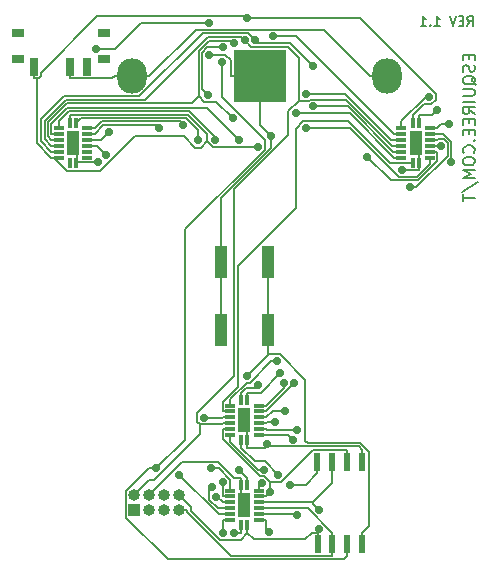
<source format=gbr>
G04 #@! TF.GenerationSoftware,KiCad,Pcbnew,(5.0.0)*
G04 #@! TF.CreationDate,2019-08-28T15:04:53-04:00*
G04 #@! TF.ProjectId,Tiny-er T,54696E792D657220542E6B696361645F,rev?*
G04 #@! TF.SameCoordinates,Original*
G04 #@! TF.FileFunction,Copper,L2,Bot,Signal*
G04 #@! TF.FilePolarity,Positive*
%FSLAX46Y46*%
G04 Gerber Fmt 4.6, Leading zero omitted, Abs format (unit mm)*
G04 Created by KiCad (PCBNEW (5.0.0)) date 08/28/19 15:04:53*
%MOMM*%
%LPD*%
G01*
G04 APERTURE LIST*
G04 #@! TA.AperFunction,NonConductor*
%ADD10C,0.200000*%
G04 #@! TD*
G04 #@! TA.AperFunction,SMDPad,CuDef*
%ADD11R,0.600000X1.550000*%
G04 #@! TD*
G04 #@! TA.AperFunction,SMDPad,CuDef*
%ADD12R,1.000000X2.750000*%
G04 #@! TD*
G04 #@! TA.AperFunction,ComponentPad*
%ADD13O,2.500000X3.000000*%
G04 #@! TD*
G04 #@! TA.AperFunction,SMDPad,CuDef*
%ADD14R,4.500000X4.500000*%
G04 #@! TD*
G04 #@! TA.AperFunction,ComponentPad*
%ADD15R,1.000000X1.000000*%
G04 #@! TD*
G04 #@! TA.AperFunction,ComponentPad*
%ADD16O,1.000000X1.000000*%
G04 #@! TD*
G04 #@! TA.AperFunction,SMDPad,CuDef*
%ADD17R,1.000000X2.000000*%
G04 #@! TD*
G04 #@! TA.AperFunction,SMDPad,CuDef*
%ADD18R,0.300000X0.850000*%
G04 #@! TD*
G04 #@! TA.AperFunction,SMDPad,CuDef*
%ADD19R,0.850000X0.300000*%
G04 #@! TD*
G04 #@! TA.AperFunction,SMDPad,CuDef*
%ADD20R,1.000000X0.800000*%
G04 #@! TD*
G04 #@! TA.AperFunction,SMDPad,CuDef*
%ADD21R,0.700000X1.500000*%
G04 #@! TD*
G04 #@! TA.AperFunction,ViaPad*
%ADD22C,0.700000*%
G04 #@! TD*
G04 #@! TA.AperFunction,Conductor*
%ADD23C,0.140000*%
G04 #@! TD*
G04 APERTURE END LIST*
D10*
X128859085Y-77595104D02*
X129125752Y-77214152D01*
X129316228Y-77595104D02*
X129316228Y-76795104D01*
X129011466Y-76795104D01*
X128935276Y-76833200D01*
X128897180Y-76871295D01*
X128859085Y-76947485D01*
X128859085Y-77061771D01*
X128897180Y-77137961D01*
X128935276Y-77176057D01*
X129011466Y-77214152D01*
X129316228Y-77214152D01*
X128516228Y-77176057D02*
X128249561Y-77176057D01*
X128135276Y-77595104D02*
X128516228Y-77595104D01*
X128516228Y-76795104D01*
X128135276Y-76795104D01*
X127906704Y-76795104D02*
X127640038Y-77595104D01*
X127373371Y-76795104D01*
X126078133Y-77595104D02*
X126535276Y-77595104D01*
X126306704Y-77595104D02*
X126306704Y-76795104D01*
X126382895Y-76909390D01*
X126459085Y-76985580D01*
X126535276Y-77023676D01*
X125735276Y-77518914D02*
X125697180Y-77557009D01*
X125735276Y-77595104D01*
X125773371Y-77557009D01*
X125735276Y-77518914D01*
X125735276Y-77595104D01*
X124935276Y-77595104D02*
X125392419Y-77595104D01*
X125163847Y-77595104D02*
X125163847Y-76795104D01*
X125240038Y-76909390D01*
X125316228Y-76985580D01*
X125392419Y-77023676D01*
X128979371Y-80057552D02*
X128979371Y-80390885D01*
X129503180Y-80533742D02*
X129503180Y-80057552D01*
X128503180Y-80057552D01*
X128503180Y-80533742D01*
X129455561Y-80914695D02*
X129503180Y-81057552D01*
X129503180Y-81295647D01*
X129455561Y-81390885D01*
X129407942Y-81438504D01*
X129312704Y-81486123D01*
X129217466Y-81486123D01*
X129122228Y-81438504D01*
X129074609Y-81390885D01*
X129026990Y-81295647D01*
X128979371Y-81105171D01*
X128931752Y-81009933D01*
X128884133Y-80962314D01*
X128788895Y-80914695D01*
X128693657Y-80914695D01*
X128598419Y-80962314D01*
X128550800Y-81009933D01*
X128503180Y-81105171D01*
X128503180Y-81343266D01*
X128550800Y-81486123D01*
X129598419Y-82581361D02*
X129550800Y-82486123D01*
X129455561Y-82390885D01*
X129312704Y-82248028D01*
X129265085Y-82152790D01*
X129265085Y-82057552D01*
X129503180Y-82105171D02*
X129455561Y-82009933D01*
X129360323Y-81914695D01*
X129169847Y-81867076D01*
X128836514Y-81867076D01*
X128646038Y-81914695D01*
X128550800Y-82009933D01*
X128503180Y-82105171D01*
X128503180Y-82295647D01*
X128550800Y-82390885D01*
X128646038Y-82486123D01*
X128836514Y-82533742D01*
X129169847Y-82533742D01*
X129360323Y-82486123D01*
X129455561Y-82390885D01*
X129503180Y-82295647D01*
X129503180Y-82105171D01*
X128503180Y-82962314D02*
X129312704Y-82962314D01*
X129407942Y-83009933D01*
X129455561Y-83057552D01*
X129503180Y-83152790D01*
X129503180Y-83343266D01*
X129455561Y-83438504D01*
X129407942Y-83486123D01*
X129312704Y-83533742D01*
X128503180Y-83533742D01*
X129503180Y-84009933D02*
X128503180Y-84009933D01*
X129503180Y-85057552D02*
X129026990Y-84724219D01*
X129503180Y-84486123D02*
X128503180Y-84486123D01*
X128503180Y-84867076D01*
X128550800Y-84962314D01*
X128598419Y-85009933D01*
X128693657Y-85057552D01*
X128836514Y-85057552D01*
X128931752Y-85009933D01*
X128979371Y-84962314D01*
X129026990Y-84867076D01*
X129026990Y-84486123D01*
X128979371Y-85486123D02*
X128979371Y-85819457D01*
X129503180Y-85962314D02*
X129503180Y-85486123D01*
X128503180Y-85486123D01*
X128503180Y-85962314D01*
X128979371Y-86390885D02*
X128979371Y-86724219D01*
X129503180Y-86867076D02*
X129503180Y-86390885D01*
X128503180Y-86390885D01*
X128503180Y-86867076D01*
X129407942Y-87295647D02*
X129455561Y-87343266D01*
X129503180Y-87295647D01*
X129455561Y-87248028D01*
X129407942Y-87295647D01*
X129503180Y-87295647D01*
X129407942Y-88343266D02*
X129455561Y-88295647D01*
X129503180Y-88152790D01*
X129503180Y-88057552D01*
X129455561Y-87914695D01*
X129360323Y-87819457D01*
X129265085Y-87771838D01*
X129074609Y-87724219D01*
X128931752Y-87724219D01*
X128741276Y-87771838D01*
X128646038Y-87819457D01*
X128550800Y-87914695D01*
X128503180Y-88057552D01*
X128503180Y-88152790D01*
X128550800Y-88295647D01*
X128598419Y-88343266D01*
X128503180Y-88962314D02*
X128503180Y-89152790D01*
X128550800Y-89248028D01*
X128646038Y-89343266D01*
X128836514Y-89390885D01*
X129169847Y-89390885D01*
X129360323Y-89343266D01*
X129455561Y-89248028D01*
X129503180Y-89152790D01*
X129503180Y-88962314D01*
X129455561Y-88867076D01*
X129360323Y-88771838D01*
X129169847Y-88724219D01*
X128836514Y-88724219D01*
X128646038Y-88771838D01*
X128550800Y-88867076D01*
X128503180Y-88962314D01*
X129503180Y-89819457D02*
X128503180Y-89819457D01*
X129217466Y-90152790D01*
X128503180Y-90486123D01*
X129503180Y-90486123D01*
X128455561Y-91676600D02*
X129741276Y-90819457D01*
X128503180Y-91867076D02*
X128503180Y-92438504D01*
X129503180Y-92152790D02*
X128503180Y-92152790D01*
D11*
G04 #@! TO.P,U1,8*
G04 #@! TO.N,VCC*
X116195000Y-121500000D03*
G04 #@! TO.P,U1,7*
G04 #@! TO.N,OE*
X117460000Y-121500000D03*
G04 #@! TO.P,U1,6*
G04 #@! TO.N,DATA*
X118730000Y-121500000D03*
G04 #@! TO.P,U1,5*
G04 #@! TO.N,SW1*
X120000000Y-121500000D03*
G04 #@! TO.P,U1,4*
G04 #@! TO.N,GND*
X120000000Y-114500000D03*
G04 #@! TO.P,U1,3*
G04 #@! TO.N,CLK*
X118730000Y-114500000D03*
G04 #@! TO.P,U1,2*
G04 #@! TO.N,REG*
X117460000Y-114500000D03*
G04 #@! TO.P,U1,1*
G04 #@! TO.N,RST*
X116190000Y-114500000D03*
G04 #@! TD*
D12*
G04 #@! TO.P,SW1,1*
G04 #@! TO.N,SW1*
X112000000Y-97620000D03*
X112000000Y-103380000D03*
G04 #@! TO.P,SW1,2*
G04 #@! TO.N,GND*
X108000000Y-103380000D03*
X108000000Y-97620000D03*
G04 #@! TD*
D13*
G04 #@! TO.P,J1,2*
G04 #@! TO.N,Net-(J1-Pad2)*
X100500000Y-81826100D03*
X122100000Y-81826100D03*
D14*
G04 #@! TO.P,J1,1*
G04 #@! TO.N,GND*
X111300000Y-81826100D03*
G04 #@! TD*
D15*
G04 #@! TO.P,J2,1*
G04 #@! TO.N,RST*
X100660000Y-118600000D03*
D16*
G04 #@! TO.P,J2,2*
G04 #@! TO.N,REG*
X100660000Y-117330000D03*
G04 #@! TO.P,J2,3*
G04 #@! TO.N,CLK*
X101930000Y-118600000D03*
G04 #@! TO.P,J2,4*
G04 #@! TO.N,GND*
X101930000Y-117330000D03*
G04 #@! TO.P,J2,5*
G04 #@! TO.N,SW1*
X103200000Y-118600000D03*
G04 #@! TO.P,J2,6*
G04 #@! TO.N,DATA*
X103200000Y-117330000D03*
G04 #@! TO.P,J2,7*
G04 #@! TO.N,OE*
X104470000Y-118600000D03*
G04 #@! TO.P,J2,8*
G04 #@! TO.N,VCC*
X104470000Y-117330000D03*
G04 #@! TD*
D17*
G04 #@! TO.P,U3,8*
G04 #@! TO.N,GND*
X124500000Y-87500000D03*
D18*
G04 #@! TO.P,U3,1*
G04 #@! TO.N,Net-(D10-Pad2)*
X124750000Y-85800000D03*
G04 #@! TO.P,U3,16*
G04 #@! TO.N,VCC*
X124250000Y-85800000D03*
D19*
G04 #@! TO.P,U3,15*
G04 #@! TO.N,Net-(D9-Pad2)*
X123300000Y-86250000D03*
G04 #@! TO.P,U3,14*
G04 #@! TO.N,Net-(U2-Pad9)*
X123300000Y-86750000D03*
G04 #@! TO.P,U3,13*
G04 #@! TO.N,OE*
X123300000Y-87250000D03*
G04 #@! TO.P,U3,12*
G04 #@! TO.N,REG*
X123300000Y-87750000D03*
G04 #@! TO.P,U3,11*
G04 #@! TO.N,CLK*
X123300000Y-88250000D03*
G04 #@! TO.P,U3,10*
G04 #@! TO.N,VCC*
X123300000Y-88750000D03*
D18*
G04 #@! TO.P,U3,9*
G04 #@! TO.N,Net-(U3-Pad9)*
X124250000Y-89200000D03*
G04 #@! TO.P,U3,8*
G04 #@! TO.N,GND*
X124750000Y-89200000D03*
D19*
G04 #@! TO.P,U3,7*
G04 #@! TO.N,Net-(D16-Pad2)*
X125700000Y-88750000D03*
G04 #@! TO.P,U3,6*
G04 #@! TO.N,Net-(D15-Pad2)*
X125700000Y-88250000D03*
G04 #@! TO.P,U3,5*
G04 #@! TO.N,Net-(D14-Pad2)*
X125700000Y-87750000D03*
G04 #@! TO.P,U3,4*
G04 #@! TO.N,Net-(D13-Pad2)*
X125700000Y-87250000D03*
G04 #@! TO.P,U3,3*
G04 #@! TO.N,Net-(D12-Pad2)*
X125700000Y-86750000D03*
G04 #@! TO.P,U3,2*
G04 #@! TO.N,Net-(D11-Pad2)*
X125700000Y-86250000D03*
G04 #@! TD*
D17*
G04 #@! TO.P,U4,8*
G04 #@! TO.N,GND*
X110000000Y-111000000D03*
D18*
G04 #@! TO.P,U4,1*
G04 #@! TO.N,Net-(D18-Pad2)*
X110250000Y-109300000D03*
G04 #@! TO.P,U4,16*
G04 #@! TO.N,VCC*
X109750000Y-109300000D03*
D19*
G04 #@! TO.P,U4,15*
G04 #@! TO.N,Net-(D17-Pad2)*
X108800000Y-109750000D03*
G04 #@! TO.P,U4,14*
G04 #@! TO.N,Net-(U3-Pad9)*
X108800000Y-110250000D03*
G04 #@! TO.P,U4,13*
G04 #@! TO.N,OE*
X108800000Y-110750000D03*
G04 #@! TO.P,U4,12*
G04 #@! TO.N,REG*
X108800000Y-111250000D03*
G04 #@! TO.P,U4,11*
G04 #@! TO.N,CLK*
X108800000Y-111750000D03*
G04 #@! TO.P,U4,10*
G04 #@! TO.N,VCC*
X108800000Y-112250000D03*
D18*
G04 #@! TO.P,U4,9*
G04 #@! TO.N,Net-(U4-Pad9)*
X109750000Y-112700000D03*
G04 #@! TO.P,U4,8*
G04 #@! TO.N,GND*
X110250000Y-112700000D03*
D19*
G04 #@! TO.P,U4,7*
G04 #@! TO.N,Net-(D24-Pad2)*
X111200000Y-112250000D03*
G04 #@! TO.P,U4,6*
G04 #@! TO.N,Net-(D23-Pad2)*
X111200000Y-111750000D03*
G04 #@! TO.P,U4,5*
G04 #@! TO.N,Net-(D22-Pad2)*
X111200000Y-111250000D03*
G04 #@! TO.P,U4,4*
G04 #@! TO.N,Net-(D21-Pad2)*
X111200000Y-110750000D03*
G04 #@! TO.P,U4,3*
G04 #@! TO.N,Net-(D20-Pad2)*
X111200000Y-110250000D03*
G04 #@! TO.P,U4,2*
G04 #@! TO.N,Net-(D19-Pad2)*
X111200000Y-109750000D03*
G04 #@! TD*
D17*
G04 #@! TO.P,U5,8*
G04 #@! TO.N,GND*
X110000000Y-118200000D03*
D18*
G04 #@! TO.P,U5,1*
G04 #@! TO.N,Net-(D26-Pad2)*
X109750000Y-119900000D03*
G04 #@! TO.P,U5,16*
G04 #@! TO.N,VCC*
X110250000Y-119900000D03*
D19*
G04 #@! TO.P,U5,15*
G04 #@! TO.N,Net-(D25-Pad2)*
X111200000Y-119450000D03*
G04 #@! TO.P,U5,14*
G04 #@! TO.N,Net-(U4-Pad9)*
X111200000Y-118950000D03*
G04 #@! TO.P,U5,13*
G04 #@! TO.N,OE*
X111200000Y-118450000D03*
G04 #@! TO.P,U5,12*
G04 #@! TO.N,REG*
X111200000Y-117950000D03*
G04 #@! TO.P,U5,11*
G04 #@! TO.N,CLK*
X111200000Y-117450000D03*
G04 #@! TO.P,U5,10*
G04 #@! TO.N,VCC*
X111200000Y-116950000D03*
D18*
G04 #@! TO.P,U5,9*
G04 #@! TO.N,Net-(U5-Pad9)*
X110250000Y-116500000D03*
G04 #@! TO.P,U5,8*
G04 #@! TO.N,GND*
X109750000Y-116500000D03*
D19*
G04 #@! TO.P,U5,7*
G04 #@! TO.N,Net-(D32-Pad2)*
X108800000Y-116950000D03*
G04 #@! TO.P,U5,6*
G04 #@! TO.N,Net-(D31-Pad2)*
X108800000Y-117450000D03*
G04 #@! TO.P,U5,5*
G04 #@! TO.N,Net-(D30-Pad2)*
X108800000Y-117950000D03*
G04 #@! TO.P,U5,4*
G04 #@! TO.N,Net-(D29-Pad2)*
X108800000Y-118450000D03*
G04 #@! TO.P,U5,3*
G04 #@! TO.N,Net-(D28-Pad2)*
X108800000Y-118950000D03*
G04 #@! TO.P,U5,2*
G04 #@! TO.N,Net-(D27-Pad2)*
X108800000Y-119450000D03*
G04 #@! TD*
D17*
G04 #@! TO.P,U6,8*
G04 #@! TO.N,GND*
X95500000Y-87500000D03*
D18*
G04 #@! TO.P,U6,1*
G04 #@! TO.N,Net-(D34-Pad2)*
X95750000Y-85800000D03*
G04 #@! TO.P,U6,16*
G04 #@! TO.N,VCC*
X95250000Y-85800000D03*
D19*
G04 #@! TO.P,U6,15*
G04 #@! TO.N,Net-(D33-Pad2)*
X94300000Y-86250000D03*
G04 #@! TO.P,U6,14*
G04 #@! TO.N,Net-(U5-Pad9)*
X94300000Y-86750000D03*
G04 #@! TO.P,U6,13*
G04 #@! TO.N,OE*
X94300000Y-87250000D03*
G04 #@! TO.P,U6,12*
G04 #@! TO.N,REG*
X94300000Y-87750000D03*
G04 #@! TO.P,U6,11*
G04 #@! TO.N,CLK*
X94300000Y-88250000D03*
G04 #@! TO.P,U6,10*
G04 #@! TO.N,VCC*
X94300000Y-88750000D03*
D18*
G04 #@! TO.P,U6,9*
G04 #@! TO.N,N/C*
X95250000Y-89200000D03*
G04 #@! TO.P,U6,8*
G04 #@! TO.N,GND*
X95750000Y-89200000D03*
D19*
G04 #@! TO.P,U6,7*
G04 #@! TO.N,N/C*
X96700000Y-88750000D03*
G04 #@! TO.P,U6,6*
X96700000Y-88250000D03*
G04 #@! TO.P,U6,5*
G04 #@! TO.N,Net-(D38-Pad2)*
X96700000Y-87750000D03*
G04 #@! TO.P,U6,4*
G04 #@! TO.N,Net-(D37-Pad2)*
X96700000Y-87250000D03*
G04 #@! TO.P,U6,3*
G04 #@! TO.N,Net-(D36-Pad2)*
X96700000Y-86750000D03*
G04 #@! TO.P,U6,2*
G04 #@! TO.N,Net-(D35-Pad2)*
X96700000Y-86250000D03*
G04 #@! TD*
D20*
G04 #@! TO.P,POWER0,*
G04 #@! TO.N,*
X90800000Y-80430000D03*
X98100000Y-80430000D03*
X98100000Y-78220000D03*
X90800000Y-78220000D03*
D21*
G04 #@! TO.P,POWER0,3*
G04 #@! TO.N,N/C*
X96700000Y-81080000D03*
G04 #@! TO.P,POWER0,2*
G04 #@! TO.N,Net-(J1-Pad2)*
X95200000Y-81080000D03*
G04 #@! TO.P,POWER0,1*
G04 #@! TO.N,VCC*
X92200000Y-81080000D03*
G04 #@! TD*
D22*
G04 #@! TO.N,Net-(D1-Pad2)*
X97438400Y-79536400D03*
X107016200Y-77348600D03*
G04 #@! TO.N,Net-(D6-Pad2)*
X108190400Y-79406100D03*
X106899600Y-83460100D03*
G04 #@! TO.N,Net-(D9-Pad2)*
X125616700Y-83599800D03*
G04 #@! TO.N,Net-(D10-Pad2)*
X126319900Y-84725200D03*
G04 #@! TO.N,Net-(D11-Pad2)*
X127350000Y-85909700D03*
G04 #@! TO.N,Net-(D12-Pad2)*
X127507100Y-89106300D03*
G04 #@! TO.N,Net-(D13-Pad2)*
X123993900Y-91283600D03*
G04 #@! TO.N,Net-(D14-Pad2)*
X126646700Y-87750000D03*
G04 #@! TO.N,Net-(D15-Pad2)*
X120401100Y-88669300D03*
G04 #@! TO.N,Net-(D16-Pad2)*
X115240900Y-86255600D03*
G04 #@! TO.N,Net-(D17-Pad2)*
X112749900Y-106017900D03*
G04 #@! TO.N,Net-(D18-Pad2)*
X113030000Y-107003100D03*
G04 #@! TO.N,Net-(D19-Pad2)*
X113362700Y-107846800D03*
G04 #@! TO.N,Net-(D20-Pad2)*
X114206300Y-107807100D03*
G04 #@! TO.N,Net-(D21-Pad2)*
X113456500Y-110173600D03*
G04 #@! TO.N,Net-(D22-Pad2)*
X112634000Y-111132300D03*
G04 #@! TO.N,Net-(D23-Pad2)*
X114449000Y-111802200D03*
G04 #@! TO.N,Net-(D24-Pad2)*
X114090500Y-112634100D03*
G04 #@! TO.N,GND*
X111911600Y-113040500D03*
X123371200Y-89835300D03*
X97574000Y-89144900D03*
X112239800Y-86948200D03*
X107001000Y-80058500D03*
G04 #@! TO.N,VCC*
X111626300Y-115169300D03*
X111460400Y-116301500D03*
X116319400Y-120170000D03*
X111189900Y-108006500D03*
X114362900Y-84992500D03*
X111146900Y-87843800D03*
X110226400Y-76914700D03*
G04 #@! TO.N,CLK*
X112135700Y-117086100D03*
X110890000Y-78795300D03*
X115801800Y-81010400D03*
X115801800Y-84400100D03*
G04 #@! TO.N,Net-(D25-Pad2)*
X112046300Y-120473400D03*
G04 #@! TO.N,Net-(D26-Pad2)*
X109112900Y-120535300D03*
G04 #@! TO.N,Net-(D27-Pad2)*
X108176600Y-120523400D03*
G04 #@! TO.N,Net-(D28-Pad2)*
X104487800Y-115601400D03*
G04 #@! TO.N,Net-(D29-Pad2)*
X107257100Y-116656400D03*
G04 #@! TO.N,Net-(D30-Pad2)*
X107583500Y-117500200D03*
G04 #@! TO.N,Net-(D31-Pad2)*
X108195900Y-116257100D03*
G04 #@! TO.N,Net-(D32-Pad2)*
X107159400Y-115079500D03*
G04 #@! TO.N,Net-(D33-Pad2)*
X107535800Y-87227200D03*
G04 #@! TO.N,Net-(D34-Pad2)*
X106079000Y-87302800D03*
G04 #@! TO.N,Net-(D35-Pad2)*
X104802100Y-85957900D03*
G04 #@! TO.N,Net-(D36-Pad2)*
X102805600Y-86238200D03*
G04 #@! TO.N,Net-(D37-Pad2)*
X98500000Y-86595400D03*
G04 #@! TO.N,Net-(D38-Pad2)*
X98279200Y-88545900D03*
G04 #@! TO.N,SW1*
X110244900Y-107240800D03*
G04 #@! TO.N,RST*
X113832300Y-116473500D03*
G04 #@! TO.N,DATA*
X108091300Y-80627200D03*
X102549700Y-115062600D03*
G04 #@! TO.N,REG*
X110038700Y-78835900D03*
X116355500Y-118608400D03*
G04 #@! TO.N,Net-(U2-Pad9)*
X112387100Y-78493000D03*
G04 #@! TO.N,Net-(U4-Pad9)*
X112878800Y-115623400D03*
X114447500Y-119011500D03*
G04 #@! TO.N,Net-(U5-Pad9)*
X109564100Y-115178800D03*
X109564100Y-87278000D03*
G04 #@! TO.N,OE*
X109099400Y-79085800D03*
X109037900Y-85431000D03*
X106586200Y-110787200D03*
X115202600Y-83391300D03*
G04 #@! TD*
D23*
G04 #@! TO.N,Net-(D1-Pad2)*
X97438400Y-79536400D02*
X99066100Y-79536400D01*
X99066100Y-79536400D02*
X101253900Y-77348600D01*
X101253900Y-77348600D02*
X107016200Y-77348600D01*
G04 #@! TO.N,Net-(D6-Pad2)*
X106899600Y-83460100D02*
X106407200Y-82967700D01*
X106407200Y-82967700D02*
X106407200Y-79860100D01*
X106407200Y-79860100D02*
X106861200Y-79406100D01*
X106861200Y-79406100D02*
X108190400Y-79406100D01*
G04 #@! TO.N,Net-(D9-Pad2)*
X123300000Y-86250000D02*
X123300000Y-85639400D01*
X123300000Y-85639400D02*
X125339600Y-83599800D01*
X125339600Y-83599800D02*
X125616700Y-83599800D01*
G04 #@! TO.N,Net-(D10-Pad2)*
X124750000Y-85164700D02*
X125880400Y-85164700D01*
X125880400Y-85164700D02*
X126319900Y-84725200D01*
X124750000Y-85800000D02*
X124750000Y-85164700D01*
G04 #@! TO.N,Net-(D11-Pad2)*
X126335300Y-86250000D02*
X126675600Y-85909700D01*
X126675600Y-85909700D02*
X127350000Y-85909700D01*
X125700000Y-86250000D02*
X126335300Y-86250000D01*
G04 #@! TO.N,Net-(D12-Pad2)*
X127507100Y-89106300D02*
X127507100Y-87417100D01*
X127507100Y-87417100D02*
X126840000Y-86750000D01*
X126840000Y-86750000D02*
X126335300Y-86750000D01*
X125700000Y-86750000D02*
X126335300Y-86750000D01*
G04 #@! TO.N,Net-(D13-Pad2)*
X125700000Y-87250000D02*
X126335300Y-87250000D01*
X126335300Y-87250000D02*
X126395700Y-87189600D01*
X126395700Y-87189600D02*
X126880500Y-87189600D01*
X126880500Y-87189600D02*
X127226700Y-87535800D01*
X127226700Y-87535800D02*
X127226700Y-88594000D01*
X127226700Y-88594000D02*
X124537100Y-91283600D01*
X124537100Y-91283600D02*
X123993900Y-91283600D01*
G04 #@! TO.N,Net-(D14-Pad2)*
X125700000Y-87750000D02*
X126646700Y-87750000D01*
G04 #@! TO.N,Net-(D15-Pad2)*
X125700000Y-88250000D02*
X126335300Y-88250000D01*
X126335300Y-88250000D02*
X126335300Y-89056000D01*
X126335300Y-89056000D02*
X124710600Y-90680700D01*
X124710600Y-90680700D02*
X122412500Y-90680700D01*
X122412500Y-90680700D02*
X120401100Y-88669300D01*
G04 #@! TO.N,Net-(D16-Pad2)*
X125700000Y-88750000D02*
X125700000Y-89294800D01*
X125700000Y-89294800D02*
X124594500Y-90400300D01*
X124594500Y-90400300D02*
X123122900Y-90400300D01*
X123122900Y-90400300D02*
X118978200Y-86255600D01*
X118978200Y-86255600D02*
X115240900Y-86255600D01*
G04 #@! TO.N,Net-(D17-Pad2)*
X108800000Y-109750000D02*
X108800000Y-109195500D01*
X108800000Y-109195500D02*
X110194400Y-107801100D01*
X110194400Y-107801100D02*
X110476900Y-107801100D01*
X110476900Y-107801100D02*
X112260100Y-106017900D01*
X112260100Y-106017900D02*
X112749900Y-106017900D01*
G04 #@! TO.N,Net-(D18-Pad2)*
X110250000Y-108664700D02*
X111368400Y-108664700D01*
X111368400Y-108664700D02*
X113030000Y-107003100D01*
X110250000Y-109300000D02*
X110250000Y-108664700D01*
G04 #@! TO.N,Net-(D19-Pad2)*
X111835300Y-109750000D02*
X113362700Y-108222600D01*
X113362700Y-108222600D02*
X113362700Y-107846800D01*
X111200000Y-109750000D02*
X111835300Y-109750000D01*
G04 #@! TO.N,Net-(D20-Pad2)*
X111200000Y-110250000D02*
X111835300Y-110250000D01*
X111835300Y-110250000D02*
X111835300Y-110178100D01*
X111835300Y-110178100D02*
X114206300Y-107807100D01*
G04 #@! TO.N,Net-(D21-Pad2)*
X111200000Y-110750000D02*
X111835300Y-110750000D01*
X111835300Y-110750000D02*
X112411700Y-110173600D01*
X112411700Y-110173600D02*
X113456500Y-110173600D01*
G04 #@! TO.N,Net-(D22-Pad2)*
X111200000Y-111250000D02*
X111835300Y-111250000D01*
X112634000Y-111132300D02*
X111953000Y-111132300D01*
X111953000Y-111132300D02*
X111835300Y-111250000D01*
G04 #@! TO.N,Net-(D23-Pad2)*
X111200000Y-111750000D02*
X111835300Y-111750000D01*
X111835300Y-111750000D02*
X111895700Y-111810400D01*
X111895700Y-111810400D02*
X114440800Y-111810400D01*
X114440800Y-111810400D02*
X114449000Y-111802200D01*
G04 #@! TO.N,Net-(D24-Pad2)*
X111835300Y-112250000D02*
X113706400Y-112250000D01*
X113706400Y-112250000D02*
X114090500Y-112634100D01*
X111200000Y-112250000D02*
X111835300Y-112250000D01*
G04 #@! TO.N,GND*
X109750000Y-116500000D02*
X109750000Y-115864700D01*
X101930000Y-117330000D02*
X104746000Y-114514000D01*
X104746000Y-114514000D02*
X107764000Y-114514000D01*
X107764000Y-114514000D02*
X109114700Y-115864700D01*
X109114700Y-115864700D02*
X109750000Y-115864700D01*
X112239800Y-86948200D02*
X111300000Y-86008400D01*
X111300000Y-86008400D02*
X111300000Y-81826100D01*
X108000000Y-96034700D02*
X108000000Y-92195500D01*
X108000000Y-92195500D02*
X112239800Y-87955700D01*
X112239800Y-87955700D02*
X112239800Y-86948200D01*
X111911600Y-113204000D02*
X111780300Y-113335300D01*
X111780300Y-113335300D02*
X110250000Y-113335300D01*
X120000000Y-113514700D02*
X119689300Y-113204000D01*
X119689300Y-113204000D02*
X111911600Y-113204000D01*
X111911600Y-113204000D02*
X111911600Y-113040500D01*
X110250000Y-112700000D02*
X110250000Y-113335300D01*
X120000000Y-114500000D02*
X120000000Y-113514700D01*
X124750000Y-89835300D02*
X123371200Y-89835300D01*
X110000000Y-111000000D02*
X110250000Y-111250000D01*
X110250000Y-111250000D02*
X110250000Y-112700000D01*
X95831800Y-89118200D02*
X97547300Y-89118200D01*
X97547300Y-89118200D02*
X97574000Y-89144900D01*
X124750000Y-89200000D02*
X124750000Y-89835300D01*
X124500000Y-87500000D02*
X124750000Y-87750000D01*
X124750000Y-87750000D02*
X124750000Y-89200000D01*
X95831800Y-89118200D02*
X95750000Y-89200000D01*
X95831800Y-89118200D02*
X95831800Y-87831800D01*
X95831800Y-87831800D02*
X95500000Y-87500000D01*
X108839700Y-81826100D02*
X108839700Y-80531300D01*
X108839700Y-80531300D02*
X108366900Y-80058500D01*
X108366900Y-80058500D02*
X107001000Y-80058500D01*
X111300000Y-81826100D02*
X108839700Y-81826100D01*
X108000000Y-97620000D02*
X108000000Y-96034700D01*
X110000000Y-118200000D02*
X109750000Y-117950000D01*
X109750000Y-117950000D02*
X109750000Y-116500000D01*
X108000000Y-99205300D02*
X108000000Y-103380000D01*
X108000000Y-97620000D02*
X108000000Y-99205300D01*
G04 #@! TO.N,VCC*
X108800000Y-112250000D02*
X108800000Y-112814000D01*
X108800000Y-112814000D02*
X111155300Y-115169300D01*
X111155300Y-115169300D02*
X111626300Y-115169300D01*
X111460400Y-116301500D02*
X111200000Y-116561900D01*
X111200000Y-116561900D02*
X111200000Y-116950000D01*
X116195000Y-120514700D02*
X116195000Y-120294400D01*
X116195000Y-120294400D02*
X116319400Y-120170000D01*
X110250000Y-120535300D02*
X110792600Y-121077900D01*
X110792600Y-121077900D02*
X115121400Y-121077900D01*
X115121400Y-121077900D02*
X115684600Y-120514700D01*
X115684600Y-120514700D02*
X116195000Y-120514700D01*
X109750000Y-108664700D02*
X110110600Y-108304100D01*
X110110600Y-108304100D02*
X110892300Y-108304100D01*
X110892300Y-108304100D02*
X111189900Y-108006500D01*
X109750000Y-109300000D02*
X109750000Y-108664700D01*
X110250000Y-120535300D02*
X109683900Y-121101400D01*
X109683900Y-121101400D02*
X107900700Y-121101400D01*
X107900700Y-121101400D02*
X105460700Y-118661400D01*
X105460700Y-118661400D02*
X105460700Y-118320700D01*
X105460700Y-118320700D02*
X104470000Y-117330000D01*
X122664700Y-88750000D02*
X118907200Y-84992500D01*
X118907200Y-84992500D02*
X114362900Y-84992500D01*
X106848600Y-87367800D02*
X106848600Y-86763900D01*
X106848600Y-86763900D02*
X105196500Y-85111800D01*
X105196500Y-85111800D02*
X95302900Y-85111800D01*
X95302900Y-85111800D02*
X95250000Y-85164700D01*
X92462700Y-82040300D02*
X92602900Y-82040300D01*
X92602900Y-82040300D02*
X92773700Y-81869500D01*
X92773700Y-81869500D02*
X92773700Y-81558700D01*
X92773700Y-81558700D02*
X97564900Y-76767500D01*
X97564900Y-76767500D02*
X110079200Y-76767500D01*
X110079200Y-76767500D02*
X110226400Y-76914700D01*
X92200000Y-82040300D02*
X92462700Y-82040300D01*
X92462700Y-82040300D02*
X92462700Y-87548000D01*
X92462700Y-87548000D02*
X93664700Y-88750000D01*
X93982400Y-88750000D02*
X93982400Y-88880500D01*
X93982400Y-88880500D02*
X94954500Y-89852600D01*
X94954500Y-89852600D02*
X97817200Y-89852600D01*
X97817200Y-89852600D02*
X100700000Y-86969800D01*
X100700000Y-86969800D02*
X104914300Y-86969800D01*
X104914300Y-86969800D02*
X105848400Y-87903900D01*
X105848400Y-87903900D02*
X106312500Y-87903900D01*
X106312500Y-87903900D02*
X106848600Y-87367800D01*
X106848600Y-87367800D02*
X107324600Y-87843800D01*
X107324600Y-87843800D02*
X111146900Y-87843800D01*
X123300000Y-88750000D02*
X122664700Y-88750000D01*
X93982400Y-88750000D02*
X93664700Y-88750000D01*
X94300000Y-88750000D02*
X93982400Y-88750000D01*
X116195000Y-121500000D02*
X116195000Y-120514700D01*
X110250000Y-119900000D02*
X110250000Y-120535300D01*
X95250000Y-85800000D02*
X95250000Y-85164700D01*
X124250000Y-85164700D02*
X125196400Y-84218300D01*
X125196400Y-84218300D02*
X125844200Y-84218300D01*
X125844200Y-84218300D02*
X126191200Y-83871300D01*
X126191200Y-83871300D02*
X126191200Y-83341900D01*
X126191200Y-83341900D02*
X119764000Y-76914700D01*
X119764000Y-76914700D02*
X110226400Y-76914700D01*
X124250000Y-85800000D02*
X124250000Y-85164700D01*
X92200000Y-81080000D02*
X92200000Y-82040300D01*
G04 #@! TO.N,CLK*
X94300000Y-88250000D02*
X93664700Y-88250000D01*
X93664700Y-88250000D02*
X92805800Y-87391100D01*
X92805800Y-87391100D02*
X92805800Y-85523200D01*
X92805800Y-85523200D02*
X94758900Y-83570100D01*
X94758900Y-83570100D02*
X101090300Y-83570100D01*
X101090300Y-83570100D02*
X106466500Y-78193900D01*
X106466500Y-78193900D02*
X110288600Y-78193900D01*
X110288600Y-78193900D02*
X110890000Y-78795300D01*
X112174500Y-116223200D02*
X111692500Y-115741200D01*
X111692500Y-115741200D02*
X111327100Y-115741200D01*
X111327100Y-115741200D02*
X108164700Y-112578800D01*
X108164700Y-112578800D02*
X108164700Y-111750000D01*
X112135700Y-117086100D02*
X112135700Y-116262000D01*
X112135700Y-116262000D02*
X112174500Y-116223200D01*
X112174500Y-116223200D02*
X113073400Y-116223200D01*
X113073400Y-116223200D02*
X115781900Y-113514700D01*
X115781900Y-113514700D02*
X118730000Y-113514700D01*
X111835300Y-117450000D02*
X112135700Y-117149600D01*
X112135700Y-117149600D02*
X112135700Y-117086100D01*
X111200000Y-117450000D02*
X111835300Y-117450000D01*
X108800000Y-111750000D02*
X108164700Y-111750000D01*
X118730000Y-114500000D02*
X118730000Y-113514700D01*
X115801800Y-81010400D02*
X113864000Y-79072600D01*
X113864000Y-79072600D02*
X111167300Y-79072600D01*
X111167300Y-79072600D02*
X110890000Y-78795300D01*
X122664700Y-88250000D02*
X122597000Y-88250000D01*
X122597000Y-88250000D02*
X118747100Y-84400100D01*
X118747100Y-84400100D02*
X115801800Y-84400100D01*
X123300000Y-88250000D02*
X122664700Y-88250000D01*
G04 #@! TO.N,Net-(D25-Pad2)*
X111200000Y-119450000D02*
X111835300Y-119450000D01*
X111835300Y-119450000D02*
X111835300Y-120262400D01*
X111835300Y-120262400D02*
X112046300Y-120473400D01*
G04 #@! TO.N,Net-(D26-Pad2)*
X109750000Y-120535300D02*
X109112900Y-120535300D01*
X109750000Y-119900000D02*
X109750000Y-120535300D01*
G04 #@! TO.N,Net-(D27-Pad2)*
X108164700Y-119450000D02*
X108164700Y-120511500D01*
X108164700Y-120511500D02*
X108176600Y-120523400D01*
X108800000Y-119450000D02*
X108164700Y-119450000D01*
G04 #@! TO.N,Net-(D28-Pad2)*
X108164700Y-118950000D02*
X107836400Y-118950000D01*
X107836400Y-118950000D02*
X104487800Y-115601400D01*
X108800000Y-118950000D02*
X108164700Y-118950000D01*
G04 #@! TO.N,Net-(D29-Pad2)*
X108800000Y-118450000D02*
X107732900Y-118450000D01*
X107732900Y-118450000D02*
X107023100Y-117740200D01*
X107023100Y-117740200D02*
X107023100Y-116890400D01*
X107023100Y-116890400D02*
X107257100Y-116656400D01*
G04 #@! TO.N,Net-(D30-Pad2)*
X108164700Y-117950000D02*
X107714900Y-117500200D01*
X107714900Y-117500200D02*
X107583500Y-117500200D01*
X108800000Y-117950000D02*
X108164700Y-117950000D01*
G04 #@! TO.N,Net-(D31-Pad2)*
X108164700Y-117450000D02*
X108164700Y-116288300D01*
X108164700Y-116288300D02*
X108195900Y-116257100D01*
X108800000Y-117450000D02*
X108164700Y-117450000D01*
G04 #@! TO.N,Net-(D32-Pad2)*
X108800000Y-116950000D02*
X108800000Y-116021000D01*
X108800000Y-116021000D02*
X107858500Y-115079500D01*
X107858500Y-115079500D02*
X107159400Y-115079500D01*
G04 #@! TO.N,Net-(D33-Pad2)*
X107535800Y-87227200D02*
X107535800Y-87040300D01*
X107535800Y-87040300D02*
X105327000Y-84831500D01*
X105327000Y-84831500D02*
X95135400Y-84831500D01*
X95135400Y-84831500D02*
X94300000Y-85666900D01*
X94300000Y-85666900D02*
X94300000Y-86250000D01*
G04 #@! TO.N,Net-(D34-Pad2)*
X95750000Y-85800000D02*
X96157800Y-85392200D01*
X96157800Y-85392200D02*
X105078800Y-85392200D01*
X105078800Y-85392200D02*
X106079000Y-86392400D01*
X106079000Y-86392400D02*
X106079000Y-87302800D01*
G04 #@! TO.N,Net-(D35-Pad2)*
X97335300Y-86250000D02*
X97907500Y-85677800D01*
X97907500Y-85677800D02*
X104522000Y-85677800D01*
X104522000Y-85677800D02*
X104802100Y-85957900D01*
X96700000Y-86250000D02*
X97335300Y-86250000D01*
G04 #@! TO.N,Net-(D36-Pad2)*
X97335300Y-86750000D02*
X98050200Y-86035100D01*
X98050200Y-86035100D02*
X102602500Y-86035100D01*
X102602500Y-86035100D02*
X102805600Y-86238200D01*
X96700000Y-86750000D02*
X97335300Y-86750000D01*
G04 #@! TO.N,Net-(D37-Pad2)*
X96700000Y-87250000D02*
X97845400Y-87250000D01*
X97845400Y-87250000D02*
X98500000Y-86595400D01*
G04 #@! TO.N,Net-(D38-Pad2)*
X97335300Y-87750000D02*
X97483300Y-87750000D01*
X97483300Y-87750000D02*
X98279200Y-88545900D01*
X96700000Y-87750000D02*
X97335300Y-87750000D01*
G04 #@! TO.N,SW1*
X112000000Y-105397200D02*
X112000000Y-104965300D01*
X110244900Y-107240800D02*
X112000000Y-105485700D01*
X112000000Y-105485700D02*
X112000000Y-105397200D01*
X120000000Y-120514700D02*
X120527100Y-119987600D01*
X120527100Y-119987600D02*
X120527100Y-113643800D01*
X120527100Y-113643800D02*
X119803700Y-112920400D01*
X119803700Y-112920400D02*
X115356600Y-112920400D01*
X115356600Y-112920400D02*
X115150800Y-112714600D01*
X115150800Y-112714600D02*
X115150800Y-107555100D01*
X115150800Y-107555100D02*
X112992900Y-105397200D01*
X112992900Y-105397200D02*
X112000000Y-105397200D01*
X112000000Y-103380000D02*
X112000000Y-104965300D01*
X120000000Y-121500000D02*
X120000000Y-120514700D01*
X112000000Y-103380000D02*
X112000000Y-97620000D01*
G04 #@! TO.N,RST*
X116190000Y-115485300D02*
X115201800Y-116473500D01*
X115201800Y-116473500D02*
X113832300Y-116473500D01*
X116190000Y-114500000D02*
X116190000Y-115485300D01*
G04 #@! TO.N,DATA*
X102549700Y-115062600D02*
X101905700Y-115062600D01*
X101905700Y-115062600D02*
X99949600Y-117018700D01*
X99949600Y-117018700D02*
X99949600Y-119238800D01*
X99949600Y-119238800D02*
X103495400Y-122784600D01*
X103495400Y-122784600D02*
X118430700Y-122784600D01*
X118430700Y-122784600D02*
X118730000Y-122485300D01*
X108091300Y-80627200D02*
X108091300Y-83612600D01*
X108091300Y-83612600D02*
X111724300Y-87245600D01*
X111724300Y-87245600D02*
X111724300Y-88074700D01*
X111724300Y-88074700D02*
X104982300Y-94816700D01*
X104982300Y-94816700D02*
X104982300Y-112630000D01*
X104982300Y-112630000D02*
X102549700Y-115062600D01*
X118730000Y-121500000D02*
X118730000Y-122485300D01*
G04 #@! TO.N,REG*
X93664700Y-87750000D02*
X93086200Y-87171500D01*
X93086200Y-87171500D02*
X93086200Y-85639300D01*
X93086200Y-85639300D02*
X94875100Y-83850400D01*
X94875100Y-83850400D02*
X101621800Y-83850400D01*
X101621800Y-83850400D02*
X106949800Y-78522400D01*
X106949800Y-78522400D02*
X109725200Y-78522400D01*
X109725200Y-78522400D02*
X110038700Y-78835900D01*
X114603200Y-83951700D02*
X114603200Y-80294000D01*
X114603200Y-80294000D02*
X113674900Y-79365700D01*
X113674900Y-79365700D02*
X110568500Y-79365700D01*
X110568500Y-79365700D02*
X110038700Y-78835900D01*
X94300000Y-87750000D02*
X93664700Y-87750000D01*
X114603200Y-83951700D02*
X115434600Y-83951700D01*
X115434600Y-83951700D02*
X115547300Y-83839000D01*
X115547300Y-83839000D02*
X118582300Y-83839000D01*
X118582300Y-83839000D02*
X122493300Y-87750000D01*
X122493300Y-87750000D02*
X123300000Y-87750000D01*
X106208800Y-111347500D02*
X106024100Y-111162800D01*
X106024100Y-111162800D02*
X106024100Y-110411600D01*
X106024100Y-110411600D02*
X109164800Y-107270900D01*
X109164800Y-107270900D02*
X109164800Y-91427200D01*
X109164800Y-91427200D02*
X113717400Y-86874600D01*
X113717400Y-86874600D02*
X113717400Y-84837500D01*
X113717400Y-84837500D02*
X114603200Y-83951700D01*
X111835300Y-117950000D02*
X115836700Y-117950000D01*
X106208800Y-111347500D02*
X108067200Y-111347500D01*
X108067200Y-111347500D02*
X108164700Y-111250000D01*
X100660000Y-117330000D02*
X101909700Y-116080300D01*
X101909700Y-116080300D02*
X102329200Y-116080300D01*
X102329200Y-116080300D02*
X106208800Y-112200700D01*
X106208800Y-112200700D02*
X106208800Y-111347500D01*
X108800000Y-111250000D02*
X108164700Y-111250000D01*
X115836700Y-117950000D02*
X117460000Y-116326700D01*
X117460000Y-116326700D02*
X117460000Y-114500000D01*
X116355500Y-118608400D02*
X115836700Y-118089600D01*
X115836700Y-118089600D02*
X115836700Y-117950000D01*
X111200000Y-117950000D02*
X111835300Y-117950000D01*
G04 #@! TO.N,Net-(U2-Pad9)*
X123300000Y-86750000D02*
X122664700Y-86750000D01*
X122664700Y-86750000D02*
X114407700Y-78493000D01*
X114407700Y-78493000D02*
X112387100Y-78493000D01*
G04 #@! TO.N,Net-(U3-Pad9)*
X108164700Y-110250000D02*
X108164700Y-109434300D01*
X108164700Y-109434300D02*
X109445200Y-108153800D01*
X109445200Y-108153800D02*
X109445200Y-97961300D01*
X109445200Y-97961300D02*
X114392100Y-93014400D01*
X114392100Y-93014400D02*
X114392100Y-86304200D01*
X114392100Y-86304200D02*
X115006200Y-85690100D01*
X115006200Y-85690100D02*
X118809100Y-85690100D01*
X118809100Y-85690100D02*
X122319000Y-89200000D01*
X122319000Y-89200000D02*
X124250000Y-89200000D01*
X108800000Y-110250000D02*
X108164700Y-110250000D01*
G04 #@! TO.N,Net-(U4-Pad9)*
X112878800Y-115623400D02*
X111741600Y-114486200D01*
X111741600Y-114486200D02*
X110900900Y-114486200D01*
X110900900Y-114486200D02*
X109750000Y-113335300D01*
X109750000Y-112700000D02*
X109750000Y-113335300D01*
X111200000Y-118950000D02*
X114386000Y-118950000D01*
X114386000Y-118950000D02*
X114447500Y-119011500D01*
G04 #@! TO.N,Net-(U5-Pad9)*
X110250000Y-115864700D02*
X109564100Y-115178800D01*
X110250000Y-116500000D02*
X110250000Y-115864700D01*
X93664700Y-86750000D02*
X93664700Y-85905700D01*
X93664700Y-85905700D02*
X95019200Y-84551200D01*
X95019200Y-84551200D02*
X106837300Y-84551200D01*
X106837300Y-84551200D02*
X109564100Y-87278000D01*
X94300000Y-86750000D02*
X93664700Y-86750000D01*
G04 #@! TO.N,Net-(J1-Pad2)*
X120639700Y-81826100D02*
X116727100Y-77913500D01*
X116727100Y-77913500D02*
X105872900Y-77913500D01*
X105872900Y-77913500D02*
X101960300Y-81826100D01*
X100500000Y-81826100D02*
X99039700Y-81826100D01*
X95200000Y-81080000D02*
X95200000Y-82040300D01*
X95200000Y-82040300D02*
X98825500Y-82040300D01*
X98825500Y-82040300D02*
X99039700Y-81826100D01*
X100500000Y-81826100D02*
X101960300Y-81826100D01*
X122100000Y-81826100D02*
X120639700Y-81826100D01*
G04 #@! TO.N,OE*
X93664700Y-87250000D02*
X93384400Y-86969700D01*
X93384400Y-86969700D02*
X93384400Y-85769300D01*
X93384400Y-85769300D02*
X95023000Y-84130700D01*
X95023000Y-84130700D02*
X105551900Y-84130700D01*
X105551900Y-84130700D02*
X106126900Y-83555700D01*
X106126900Y-83555700D02*
X106126900Y-79744000D01*
X106126900Y-79744000D02*
X107025100Y-78845800D01*
X107025100Y-78845800D02*
X108859400Y-78845800D01*
X108859400Y-78845800D02*
X109099400Y-79085800D01*
X109037900Y-85431000D02*
X107627300Y-84020400D01*
X107627300Y-84020400D02*
X106591600Y-84020400D01*
X106591600Y-84020400D02*
X106126900Y-83555700D01*
X117460000Y-121500000D02*
X117460000Y-122485300D01*
X104470000Y-118600000D02*
X105180300Y-118600000D01*
X105180300Y-118600000D02*
X105180300Y-118777600D01*
X105180300Y-118777600D02*
X108888000Y-122485300D01*
X108888000Y-122485300D02*
X117460000Y-122485300D01*
X106586200Y-110787200D02*
X108127500Y-110787200D01*
X108127500Y-110787200D02*
X108164700Y-110750000D01*
X108800000Y-110750000D02*
X108164700Y-110750000D01*
X117460000Y-121500000D02*
X117460000Y-120514700D01*
X117460000Y-120514700D02*
X115395300Y-118450000D01*
X115395300Y-118450000D02*
X111200000Y-118450000D01*
X115202600Y-83391300D02*
X118531100Y-83391300D01*
X118531100Y-83391300D02*
X122389800Y-87250000D01*
X122389800Y-87250000D02*
X123300000Y-87250000D01*
X94300000Y-87250000D02*
X93664700Y-87250000D01*
G04 #@! TD*
M02*

</source>
